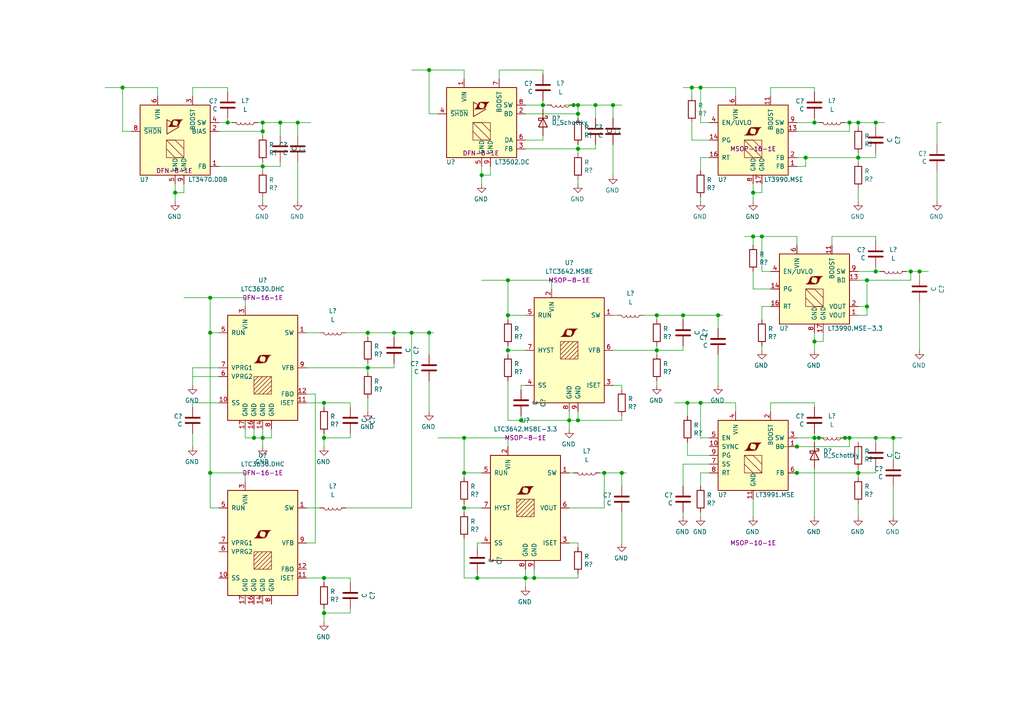
<source format=kicad_sch>
(kicad_sch (version 20201015) (generator eeschema)
  (paper "A4")
  (lib_symbols
    (symbol "ADI_Power:LT3470.DDB" (pin_names (offset 1.016))
      (property "Reference" "U" (at -10.16 -11.43 0))
      (property "Value" "LT3470.DDB" (at 5.08 -11.43 0))
      (property "Datasheet" "http://www.linear.com/product/LT3470" (at 15.24 -20.32 0))
      (symbol "LT3470.DDB_1_1"
        (pin passive line (at 12.7 -7.62 180) (length 2.54) (name "FB") (number "1"))
        (pin passive line (at 12.7 2.54 180) (length 2.54) (name "BIAS") (number "2"))
        (pin passive line (at 5.08 12.7 270) (length 2.54) (name "BOOST") (number "3"))
        (pin passive line (at 12.7 5.08 180) (length 2.54) (name "SW") (number "4"))
        (pin power_in line (at 0 -12.7 90) (length 2.54) (name "GND") (number "5"))
        (pin power_in line (at -5.08 12.7 270) (length 2.54) (name "VIN") (number "6"))
        (pin unconnected line (at -2.54 -12.7 90) (length 2.54) hide (name "NC") (number "7"))
        (pin input line (at -12.7 2.54 0) (length 2.54) (name "~SHDN~") (number "8"))
        (pin power_in line (at 2.54 -12.7 90) (length 2.54) (name "GND") (number "9"))
      )
    )
    (symbol "ADI_Power:LT3502.DC" (pin_names (offset 1.016))
      (property "Reference" "U" (at -10.16 -11.43 0))
      (property "Value" "LT3502.DC" (at 5.08 -11.43 0))
      (property "Datasheet" "http://www.linear.com/product/LT3502" (at 15.24 -20.32 0))
      (symbol "LT3502.DC_1_1"
        (pin power_in line (at -5.08 12.7 270) (length 2.54) (name "VIN") (number "1"))
        (pin passive line (at 12.7 2.54 180) (length 2.54) (name "BD") (number "2"))
        (pin passive line (at 12.7 -7.62 180) (length 2.54) (name "FB") (number "3"))
        (pin input line (at -12.7 2.54 0) (length 2.54) (name "~SHDN~") (number "4"))
        (pin power_in line (at 0 -12.7 90) (length 2.54) (name "GND") (number "5"))
        (pin passive line (at 12.7 -5.08 180) (length 2.54) (name "DA") (number "6"))
        (pin passive line (at 5.08 12.7 270) (length 2.54) (name "BOOST") (number "7"))
        (pin passive line (at 12.7 5.08 180) (length 2.54) (name "SW") (number "8"))
        (pin power_in line (at 2.54 -12.7 90) (length 2.54) (name "GND") (number "9"))
      )
    )
    (symbol "ADI_Power:LT3990.MSE" (pin_names (offset 1.016))
      (property "Reference" "U" (at -10.16 -11.43 0))
      (property "Value" "LT3990.MSE" (at 3.81 -11.43 0))
      (property "Datasheet" "http://www.linear.com/product/LT3990" (at 15.24 -20.32 0))
      (symbol "LT3990.MSE_1_1"
        (pin passive line (at 12.7 -7.62 180) (length 2.54) (name "FB") (number "1"))
        (pin unconnected line (at 12.7 -2.54 180) (length 2.54) hide (name "NC") (number "10"))
        (pin passive line (at 5.08 12.7 270) (length 2.54) (name "BOOST") (number "11"))
        (pin unconnected line (at 12.7 0 180) (length 2.54) hide (name "NC") (number "12"))
        (pin passive line (at 12.7 2.54 180) (length 2.54) (name "BD") (number "13"))
        (pin open_collector line (at -12.7 0 0) (length 2.54) (name "PG") (number "14"))
        (pin unconnected line (at 12.7 7.62 180) (length 2.54) hide (name "NC") (number "15"))
        (pin passive line (at -12.7 -5.08 0) (length 2.54) (name "RT") (number "16"))
        (pin power_in line (at 2.54 -12.7 90) (length 2.54) (name "GND") (number "17"))
        (pin passive line (at 12.7 -5.08 180) (length 2.54) (name "FB") (number "2"))
        (pin unconnected line (at -12.7 7.62 0) (length 2.54) hide (name "NC") (number "3"))
        (pin input line (at -12.7 5.08 0) (length 2.54) (name "EN/UVLO") (number "4"))
        (pin unconnected line (at -12.7 2.54 0) (length 2.54) hide (name "NC") (number "5"))
        (pin power_in line (at -5.08 12.7 270) (length 2.54) (name "VIN") (number "6"))
        (pin unconnected line (at -12.7 -2.54 0) (length 2.54) hide (name "NC") (number "7"))
        (pin power_in line (at 0 -12.7 90) (length 2.54) (name "GND") (number "8"))
        (pin passive line (at 12.7 5.08 180) (length 2.54) (name "SW") (number "9"))
      )
    )
    (symbol "ADI_Power:LT3990.MSE-3.3" (pin_names (offset 1.016))
      (property "Reference" "U" (at -10.16 -11.43 0))
      (property "Value" "LT3990.MSE-3.3" (at 3.81 -11.43 0))
      (property "Datasheet" "http://www.linear.com/product/LT3990" (at 15.24 -20.32 0))
      (symbol "LT3990.MSE-3.3_1_1"
        (pin passive line (at 12.7 -7.62 180) (length 2.54) (name "VOUT") (number "1"))
        (pin unconnected line (at 12.7 -2.54 180) (length 2.54) hide (name "NC") (number "10"))
        (pin passive line (at 5.08 12.7 270) (length 2.54) (name "BOOST") (number "11"))
        (pin unconnected line (at 12.7 0 180) (length 2.54) hide (name "NC") (number "12"))
        (pin passive line (at 12.7 2.54 180) (length 2.54) (name "BD") (number "13"))
        (pin open_collector line (at -12.7 0 0) (length 2.54) (name "PG") (number "14"))
        (pin unconnected line (at 12.7 7.62 180) (length 2.54) hide (name "NC") (number "15"))
        (pin passive line (at -12.7 -5.08 0) (length 2.54) (name "RT") (number "16"))
        (pin power_in line (at 2.54 -12.7 90) (length 2.54) (name "GND") (number "17"))
        (pin passive line (at 12.7 -5.08 180) (length 2.54) (name "VOUT") (number "2"))
        (pin unconnected line (at -12.7 7.62 0) (length 2.54) hide (name "NC") (number "3"))
        (pin input line (at -12.7 5.08 0) (length 2.54) (name "EN/UVLO") (number "4"))
        (pin unconnected line (at -12.7 2.54 0) (length 2.54) hide (name "NC") (number "5"))
        (pin power_in line (at -5.08 12.7 270) (length 2.54) (name "VIN") (number "6"))
        (pin unconnected line (at -12.7 -2.54 0) (length 2.54) hide (name "NC") (number "7"))
        (pin power_in line (at 0 -12.7 90) (length 2.54) (name "GND") (number "8"))
        (pin passive line (at 12.7 5.08 180) (length 2.54) (name "SW") (number "9"))
      )
    )
    (symbol "ADI_Power:LT3991.MSE" (pin_names (offset 1.016))
      (property "Reference" "U" (at -10.16 -11.43 0))
      (property "Value" "LT3991.MSE" (at 1.27 -11.43 0))
      (property "Datasheet" "http://www.linear.com/product/LT3991" (at 15.24 -20.32 0))
      (symbol "LT3991.MSE_1_1"
        (pin passive line (at 12.7 2.54 180) (length 2.54) (name "BD") (number "1"))
        (pin passive line (at -12.7 2.54 0) (length 2.54) (name "SYNC") (number "10"))
        (pin power_in line (at 0 -12.7 90) (length 2.54) (name "GND") (number "11"))
        (pin passive line (at 5.08 12.7 270) (length 2.54) (name "BOOST") (number "2"))
        (pin passive line (at 12.7 5.08 180) (length 2.54) (name "SW") (number "3"))
        (pin power_in line (at -5.08 12.7 270) (length 2.54) (name "VIN") (number "4"))
        (pin input line (at -12.7 5.08 0) (length 2.54) (name "EN") (number "5"))
        (pin passive line (at 12.7 -5.08 180) (length 2.54) (name "FB") (number "6"))
        (pin passive line (at -12.7 -2.54 0) (length 2.54) (name "SS") (number "7"))
        (pin passive line (at -12.7 -5.08 0) (length 2.54) (name "RT") (number "8"))
        (pin open_collector line (at -12.7 0 0) (length 2.54) (name "PG") (number "9"))
      )
    )
    (symbol "ADI_Power:LTC3630.DHC" (pin_names (offset 1.016))
      (property "Reference" "U" (at -10.16 17.78 0))
      (property "Value" "LTC3630.DHC" (at 0 17.78 0))
      (property "Footprint" "DFN-16-1EP" (at 0 5.08 0))
      (property "Datasheet" "http://www.linear.com/product/LTC3630" (at 15.24 -20.32 0))
      (symbol "LTC3630.DHC_1_1"
        (pin passive line (at 12.7 10.16 180) (length 2.54) (name "SW") (number "1"))
        (pin passive line (at -12.7 -10.16 0) (length 2.54) (name "SS") (number "10"))
        (pin passive line (at 12.7 -10.16 180) (length 2.54) (name "ISET") (number "11"))
        (pin passive line (at 12.7 -7.62 180) (length 2.54) (name "FBO") (number "12"))
        (pin unconnected line (at 5.08 17.78 270) (length 2.54) hide (name "NC") (number "13"))
        (pin power_in line (at 0 -17.78 90) (length 2.54) (name "GND") (number "14"))
        (pin unconnected line (at 7.62 17.78 270) (length 2.54) hide (name "NC") (number "15"))
        (pin power_in line (at -2.54 -17.78 90) (length 2.54) (name "GND") (number "16"))
        (pin power_in line (at -5.08 -17.78 90) (length 2.54) (name "GND") (number "17"))
        (pin unconnected line (at 0 17.78 270) (length 2.54) hide (name "NC") (number "2"))
        (pin power_in line (at -5.08 17.78 270) (length 2.54) (name "VIN") (number "3"))
        (pin unconnected line (at 2.54 17.78 270) (length 2.54) hide (name "NC") (number "4"))
        (pin input line (at -12.7 10.16 0) (length 2.54) (name "RUN") (number "5"))
        (pin input line (at -12.7 -2.54 0) (length 2.54) (name "VPRG2") (number "6"))
        (pin input line (at -12.7 0 0) (length 2.54) (name "VPRG1") (number "7"))
        (pin power_in line (at 2.54 -17.78 90) (length 2.54) (name "GND") (number "8"))
        (pin passive line (at 12.7 0 180) (length 2.54) (name "VFB") (number "9"))
      )
    )
    (symbol "ADI_Power:LTC3642.MS8E" (pin_names (offset 1.016))
      (property "Reference" "U" (at -10.16 17.78 0))
      (property "Value" "LTC3642.MS8E" (at 0 17.78 0))
      (property "Footprint" "Package_SSOP:MSOP-8-1EP_3x3mm_Pitch0.65mm" (at 0 -5.08 0))
      (property "Datasheet" "http://www.linear.com/product/LTC3642" (at 15.24 -20.32 0))
      (symbol "LTC3642.MS8E_1_1"
        (pin passive line (at 12.7 10.16 180) (length 2.54) (name "SW") (number "1"))
        (pin power_in line (at -5.08 17.78 270) (length 2.54) (name "VIN") (number "2"))
        (pin passive line (at 12.7 -10.16 180) (length 2.54) (name "ISET") (number "3"))
        (pin passive line (at -12.7 -10.16 0) (length 2.54) (name "SS") (number "4"))
        (pin input line (at -12.7 10.16 0) (length 2.54) (name "RUN") (number "5"))
        (pin passive line (at 12.7 0 180) (length 2.54) (name "VFB") (number "6"))
        (pin input line (at -12.7 0 0) (length 2.54) (name "HYST") (number "7"))
        (pin power_in line (at 0 -17.78 90) (length 2.54) (name "GND") (number "8"))
        (pin power_in line (at 2.54 -17.78 90) (length 2.54) (name "GND") (number "9"))
      )
    )
    (symbol "ADI_Power:LTC3642.MS8E-3.3" (pin_names (offset 1.016))
      (property "Reference" "U" (at -10.16 17.78 0))
      (property "Value" "LTC3642.MS8E-3.3" (at 0 17.78 0))
      (property "Footprint" "Package_SSOP:MSOP-8-1EP_3x3mm_Pitch0.65mm" (at 0 -5.08 0))
      (property "Datasheet" "http://www.linear.com/product/LTC3642" (at 15.24 -20.32 0))
      (symbol "LTC3642.MS8E-3.3_1_1"
        (pin passive line (at 12.7 10.16 180) (length 2.54) (name "SW") (number "1"))
        (pin power_in line (at -5.08 17.78 270) (length 2.54) (name "VIN") (number "2"))
        (pin passive line (at 12.7 -10.16 180) (length 2.54) (name "ISET") (number "3"))
        (pin passive line (at -12.7 -10.16 0) (length 2.54) (name "SS") (number "4"))
        (pin input line (at -12.7 10.16 0) (length 2.54) (name "RUN") (number "5"))
        (pin passive line (at 12.7 0 180) (length 2.54) (name "VOUT") (number "6"))
        (pin input line (at -12.7 0 0) (length 2.54) (name "HYST") (number "7"))
        (pin power_in line (at 0 -17.78 90) (length 2.54) (name "GND") (number "8"))
        (pin power_in line (at 2.54 -17.78 90) (length 2.54) (name "GND") (number "9"))
      )
    )
    (symbol "Device:C" (pin_numbers hide) (pin_names (offset 0.254))
      (property "Reference" "C" (at 0.635 2.54 0))
      (property "Value" "C" (at 0.635 -2.54 0))
      (symbol "C_1_1"
        (pin passive line (at 0 3.81 270) (length 2.794) (name "~") (number "1"))
        (pin passive line (at 0 -3.81 90) (length 2.794) (name "~") (number "2"))
      )
    )
    (symbol "Device:D_Schottky" (pin_numbers hide) (pin_names (offset 1.016) hide)
      (property "Reference" "D" (at 0 2.54 0))
      (property "Value" "D_Schottky" (at 0 -2.54 0))
      (symbol "D_Schottky_1_1"
        (pin passive line (at -3.81 0 0) (length 2.54) (name "K") (number "1"))
        (pin passive line (at 3.81 0 180) (length 2.54) (name "A") (number "2"))
      )
    )
    (symbol "Device:L" (pin_numbers hide) (pin_names (offset 1.016) hide)
      (property "Reference" "L" (at -1.27 0 90))
      (property "Value" "L" (at 1.905 0 90))
      (symbol "L_1_1"
        (pin passive line (at 0 3.81 270) (length 1.27) (name "1") (number "1"))
        (pin passive line (at 0 -3.81 90) (length 1.27) (name "2") (number "2"))
      )
    )
    (symbol "Device:R" (pin_numbers hide) (pin_names (offset 0))
      (property "Reference" "R" (at 2.032 0 90))
      (property "Value" "R" (at 0 0 90))
      (symbol "R_1_1"
        (pin passive line (at 0 3.81 270) (length 1.27) (name "~") (number "1"))
        (pin passive line (at 0 -3.81 90) (length 1.27) (name "~") (number "2"))
      )
    )
    (symbol "power:GND" (power) (pin_names (offset 0))
      (property "Value" "GND" (at 0 -3.81 0))
      (symbol "GND_1_1"
        (pin power_in line (at 0 0 270) (length 0) hide (name "GND") (number "1"))
      )
    )
  )
  (junction (at 35.56 25.4) (diameter 1.016))
  (junction (at 50.8 55.88) (diameter 1.016))
  (junction (at 60.96 86.36) (diameter 1.016))
  (junction (at 60.96 96.52) (diameter 1.016))
  (junction (at 60.96 137.16) (diameter 1.016))
  (junction (at 66.04 35.56) (diameter 1.016))
  (junction (at 73.66 127) (diameter 1.016))
  (junction (at 76.2 35.56) (diameter 1.016))
  (junction (at 76.2 38.1) (diameter 1.016))
  (junction (at 76.2 48.26) (diameter 1.016))
  (junction (at 76.2 127) (diameter 1.016))
  (junction (at 81.28 35.56) (diameter 1.016))
  (junction (at 86.36 35.56) (diameter 1.016))
  (junction (at 93.98 116.84) (diameter 1.016))
  (junction (at 93.98 127) (diameter 1.016))
  (junction (at 93.98 167.64) (diameter 1.016))
  (junction (at 93.98 177.8) (diameter 1.016))
  (junction (at 106.68 96.52) (diameter 1.016))
  (junction (at 106.68 106.68) (diameter 1.016))
  (junction (at 114.3 96.52) (diameter 1.016))
  (junction (at 119.38 96.52) (diameter 1.016))
  (junction (at 124.46 20.32) (diameter 1.016))
  (junction (at 124.46 96.52) (diameter 1.016))
  (junction (at 134.62 127) (diameter 1.016))
  (junction (at 134.62 137.16) (diameter 1.016))
  (junction (at 134.62 147.32) (diameter 1.016))
  (junction (at 138.43 167.64) (diameter 1.016))
  (junction (at 139.7 50.8) (diameter 1.016))
  (junction (at 147.32 81.28) (diameter 1.016))
  (junction (at 147.32 91.44) (diameter 1.016))
  (junction (at 147.32 101.6) (diameter 1.016))
  (junction (at 151.13 121.92) (diameter 1.016))
  (junction (at 152.4 167.64) (diameter 1.016))
  (junction (at 154.94 167.64) (diameter 1.016))
  (junction (at 157.48 30.48) (diameter 1.016))
  (junction (at 165.1 121.92) (diameter 1.016))
  (junction (at 166.37 30.48) (diameter 1.016))
  (junction (at 167.64 30.48) (diameter 1.016))
  (junction (at 167.64 33.02) (diameter 1.016))
  (junction (at 167.64 43.18) (diameter 1.016))
  (junction (at 167.64 121.92) (diameter 1.016))
  (junction (at 172.72 30.48) (diameter 1.016))
  (junction (at 175.26 137.16) (diameter 1.016))
  (junction (at 177.8 30.48) (diameter 1.016))
  (junction (at 180.34 137.16) (diameter 1.016))
  (junction (at 190.5 91.44) (diameter 1.016))
  (junction (at 190.5 101.6) (diameter 1.016))
  (junction (at 198.12 91.44) (diameter 1.016))
  (junction (at 199.39 116.84) (diameter 1.016))
  (junction (at 200.66 25.4) (diameter 1.016))
  (junction (at 203.2 25.4) (diameter 1.016))
  (junction (at 203.2 116.84) (diameter 1.016))
  (junction (at 208.28 91.44) (diameter 1.016))
  (junction (at 218.44 55.88) (diameter 1.016))
  (junction (at 218.44 68.58) (diameter 1.016))
  (junction (at 220.98 68.58) (diameter 1.016))
  (junction (at 231.14 129.54) (diameter 1.016))
  (junction (at 231.14 137.16) (diameter 1.016))
  (junction (at 233.68 45.72) (diameter 1.016))
  (junction (at 236.22 35.56) (diameter 1.016))
  (junction (at 236.22 99.06) (diameter 1.016))
  (junction (at 236.22 127) (diameter 1.016))
  (junction (at 237.49 127) (diameter 1.016))
  (junction (at 245.11 127) (diameter 1.016))
  (junction (at 246.38 35.56) (diameter 1.016))
  (junction (at 246.38 127) (diameter 1.016))
  (junction (at 248.92 35.56) (diameter 1.016))
  (junction (at 248.92 45.72) (diameter 1.016))
  (junction (at 248.92 137.16) (diameter 1.016))
  (junction (at 251.46 81.28) (diameter 1.016))
  (junction (at 251.46 88.9) (diameter 1.016))
  (junction (at 254 35.56) (diameter 1.016))
  (junction (at 254 78.74) (diameter 1.016))
  (junction (at 254 127) (diameter 1.016))
  (junction (at 259.08 127) (diameter 1.016))
  (junction (at 264.16 78.74) (diameter 1.016))
  (junction (at 266.7 78.74) (diameter 1.016))
  (wire (pts (xy 30.48 25.4) (xy 35.56 25.4)))
  (wire (pts (xy 35.56 25.4) (xy 45.72 25.4)))
  (wire (pts (xy 35.56 38.1) (xy 35.56 25.4)))
  (wire (pts (xy 38.1 38.1) (xy 35.56 38.1)))
  (wire (pts (xy 45.72 25.4) (xy 45.72 27.94)))
  (wire (pts (xy 50.8 53.34) (xy 50.8 55.88)))
  (wire (pts (xy 50.8 55.88) (xy 50.8 58.42)))
  (wire (pts (xy 50.8 55.88) (xy 53.34 55.88)))
  (wire (pts (xy 53.34 55.88) (xy 53.34 53.34)))
  (wire (pts (xy 53.34 86.36) (xy 60.96 86.36)))
  (wire (pts (xy 55.88 25.4) (xy 66.04 25.4)))
  (wire (pts (xy 55.88 27.94) (xy 55.88 25.4)))
  (wire (pts (xy 55.88 106.68) (xy 55.88 111.76)))
  (wire (pts (xy 55.88 106.68) (xy 63.5 106.68)))
  (wire (pts (xy 55.88 116.84) (xy 63.5 116.84)))
  (wire (pts (xy 55.88 118.11) (xy 55.88 116.84)))
  (wire (pts (xy 55.88 125.73) (xy 55.88 129.54)))
  (wire (pts (xy 60.96 86.36) (xy 60.96 96.52)))
  (wire (pts (xy 60.96 86.36) (xy 71.12 86.36)))
  (wire (pts (xy 60.96 96.52) (xy 60.96 137.16)))
  (wire (pts (xy 60.96 137.16) (xy 60.96 147.32)))
  (wire (pts (xy 60.96 137.16) (xy 71.12 137.16)))
  (wire (pts (xy 60.96 147.32) (xy 63.5 147.32)))
  (wire (pts (xy 63.5 35.56) (xy 66.04 35.56)))
  (wire (pts (xy 63.5 38.1) (xy 76.2 38.1)))
  (wire (pts (xy 63.5 48.26) (xy 76.2 48.26)))
  (wire (pts (xy 63.5 96.52) (xy 60.96 96.52)))
  (wire (pts (xy 63.5 109.22) (xy 55.88 109.22)))
  (wire (pts (xy 66.04 25.4) (xy 66.04 26.67)))
  (wire (pts (xy 66.04 34.29) (xy 66.04 35.56)))
  (wire (pts (xy 66.04 35.56) (xy 67.31 35.56)))
  (wire (pts (xy 71.12 86.36) (xy 71.12 88.9)))
  (wire (pts (xy 71.12 124.46) (xy 71.12 127)))
  (wire (pts (xy 71.12 127) (xy 73.66 127)))
  (wire (pts (xy 71.12 137.16) (xy 71.12 139.7)))
  (wire (pts (xy 73.66 127) (xy 73.66 124.46)))
  (wire (pts (xy 73.66 127) (xy 76.2 127)))
  (wire (pts (xy 74.93 35.56) (xy 76.2 35.56)))
  (wire (pts (xy 76.2 35.56) (xy 76.2 38.1)))
  (wire (pts (xy 76.2 35.56) (xy 81.28 35.56)))
  (wire (pts (xy 76.2 38.1) (xy 76.2 39.37)))
  (wire (pts (xy 76.2 46.99) (xy 76.2 48.26)))
  (wire (pts (xy 76.2 48.26) (xy 76.2 49.53)))
  (wire (pts (xy 76.2 48.26) (xy 81.28 48.26)))
  (wire (pts (xy 76.2 58.42) (xy 76.2 57.15)))
  (wire (pts (xy 76.2 124.46) (xy 76.2 127)))
  (wire (pts (xy 76.2 127) (xy 76.2 129.54)))
  (wire (pts (xy 76.2 127) (xy 78.74 127)))
  (wire (pts (xy 78.74 127) (xy 78.74 124.46)))
  (wire (pts (xy 81.28 35.56) (xy 81.28 39.37)))
  (wire (pts (xy 81.28 35.56) (xy 86.36 35.56)))
  (wire (pts (xy 81.28 48.26) (xy 81.28 46.99)))
  (wire (pts (xy 86.36 35.56) (xy 90.17 35.56)))
  (wire (pts (xy 86.36 39.37) (xy 86.36 35.56)))
  (wire (pts (xy 86.36 46.99) (xy 86.36 58.42)))
  (wire (pts (xy 88.9 96.52) (xy 92.71 96.52)))
  (wire (pts (xy 88.9 106.68) (xy 106.68 106.68)))
  (wire (pts (xy 88.9 114.3) (xy 91.44 114.3)))
  (wire (pts (xy 88.9 116.84) (xy 93.98 116.84)))
  (wire (pts (xy 88.9 147.32) (xy 92.71 147.32)))
  (wire (pts (xy 88.9 167.64) (xy 93.98 167.64)))
  (wire (pts (xy 91.44 114.3) (xy 91.44 157.48)))
  (wire (pts (xy 91.44 157.48) (xy 88.9 157.48)))
  (wire (pts (xy 93.98 116.84) (xy 93.98 118.11)))
  (wire (pts (xy 93.98 116.84) (xy 101.6 116.84)))
  (wire (pts (xy 93.98 125.73) (xy 93.98 127)))
  (wire (pts (xy 93.98 127) (xy 93.98 129.54)))
  (wire (pts (xy 93.98 167.64) (xy 93.98 168.91)))
  (wire (pts (xy 93.98 167.64) (xy 101.6 167.64)))
  (wire (pts (xy 93.98 176.53) (xy 93.98 177.8)))
  (wire (pts (xy 93.98 177.8) (xy 93.98 180.34)))
  (wire (pts (xy 100.33 96.52) (xy 106.68 96.52)))
  (wire (pts (xy 100.33 147.32) (xy 119.38 147.32)))
  (wire (pts (xy 101.6 116.84) (xy 101.6 118.11)))
  (wire (pts (xy 101.6 125.73) (xy 101.6 127)))
  (wire (pts (xy 101.6 127) (xy 93.98 127)))
  (wire (pts (xy 101.6 167.64) (xy 101.6 168.91)))
  (wire (pts (xy 101.6 176.53) (xy 101.6 177.8)))
  (wire (pts (xy 101.6 177.8) (xy 93.98 177.8)))
  (wire (pts (xy 106.68 96.52) (xy 114.3 96.52)))
  (wire (pts (xy 106.68 97.79) (xy 106.68 96.52)))
  (wire (pts (xy 106.68 105.41) (xy 106.68 106.68)))
  (wire (pts (xy 106.68 106.68) (xy 106.68 107.95)))
  (wire (pts (xy 106.68 106.68) (xy 114.3 106.68)))
  (wire (pts (xy 106.68 119.38) (xy 106.68 115.57)))
  (wire (pts (xy 114.3 96.52) (xy 114.3 97.79)))
  (wire (pts (xy 114.3 96.52) (xy 119.38 96.52)))
  (wire (pts (xy 114.3 106.68) (xy 114.3 105.41)))
  (wire (pts (xy 119.38 20.32) (xy 124.46 20.32)))
  (wire (pts (xy 119.38 96.52) (xy 124.46 96.52)))
  (wire (pts (xy 119.38 147.32) (xy 119.38 96.52)))
  (wire (pts (xy 124.46 20.32) (xy 134.62 20.32)))
  (wire (pts (xy 124.46 33.02) (xy 124.46 20.32)))
  (wire (pts (xy 124.46 96.52) (xy 124.46 102.87)))
  (wire (pts (xy 124.46 96.52) (xy 125.73 96.52)))
  (wire (pts (xy 124.46 110.49) (xy 124.46 119.38)))
  (wire (pts (xy 127 33.02) (xy 124.46 33.02)))
  (wire (pts (xy 127 127) (xy 134.62 127)))
  (wire (pts (xy 134.62 20.32) (xy 134.62 22.86)))
  (wire (pts (xy 134.62 127) (xy 134.62 137.16)))
  (wire (pts (xy 134.62 127) (xy 147.32 127)))
  (wire (pts (xy 134.62 137.16) (xy 134.62 138.43)))
  (wire (pts (xy 134.62 137.16) (xy 139.7 137.16)))
  (wire (pts (xy 134.62 146.05) (xy 134.62 147.32)))
  (wire (pts (xy 134.62 147.32) (xy 134.62 148.59)))
  (wire (pts (xy 134.62 156.21) (xy 134.62 167.64)))
  (wire (pts (xy 134.62 167.64) (xy 138.43 167.64)))
  (wire (pts (xy 138.43 157.48) (xy 138.43 158.75)))
  (wire (pts (xy 138.43 166.37) (xy 138.43 167.64)))
  (wire (pts (xy 138.43 167.64) (xy 152.4 167.64)))
  (wire (pts (xy 139.7 48.26) (xy 139.7 50.8)))
  (wire (pts (xy 139.7 50.8) (xy 139.7 53.34)))
  (wire (pts (xy 139.7 50.8) (xy 142.24 50.8)))
  (wire (pts (xy 139.7 81.28) (xy 147.32 81.28)))
  (wire (pts (xy 139.7 147.32) (xy 134.62 147.32)))
  (wire (pts (xy 139.7 157.48) (xy 138.43 157.48)))
  (wire (pts (xy 142.24 50.8) (xy 142.24 48.26)))
  (wire (pts (xy 144.78 20.32) (xy 157.48 20.32)))
  (wire (pts (xy 144.78 22.86) (xy 144.78 20.32)))
  (wire (pts (xy 147.32 81.28) (xy 147.32 91.44)))
  (wire (pts (xy 147.32 81.28) (xy 160.02 81.28)))
  (wire (pts (xy 147.32 91.44) (xy 147.32 92.71)))
  (wire (pts (xy 147.32 91.44) (xy 152.4 91.44)))
  (wire (pts (xy 147.32 100.33) (xy 147.32 101.6)))
  (wire (pts (xy 147.32 101.6) (xy 147.32 102.87)))
  (wire (pts (xy 147.32 110.49) (xy 147.32 121.92)))
  (wire (pts (xy 147.32 121.92) (xy 151.13 121.92)))
  (wire (pts (xy 147.32 127) (xy 147.32 129.54)))
  (wire (pts (xy 151.13 111.76) (xy 151.13 113.03)))
  (wire (pts (xy 151.13 120.65) (xy 151.13 121.92)))
  (wire (pts (xy 151.13 121.92) (xy 165.1 121.92)))
  (wire (pts (xy 152.4 30.48) (xy 157.48 30.48)))
  (wire (pts (xy 152.4 43.18) (xy 167.64 43.18)))
  (wire (pts (xy 152.4 101.6) (xy 147.32 101.6)))
  (wire (pts (xy 152.4 111.76) (xy 151.13 111.76)))
  (wire (pts (xy 152.4 165.1) (xy 152.4 167.64)))
  (wire (pts (xy 152.4 167.64) (xy 152.4 170.18)))
  (wire (pts (xy 152.4 167.64) (xy 154.94 167.64)))
  (wire (pts (xy 154.94 165.1) (xy 154.94 167.64)))
  (wire (pts (xy 154.94 167.64) (xy 167.64 167.64)))
  (wire (pts (xy 157.48 20.32) (xy 157.48 21.59)))
  (wire (pts (xy 157.48 29.21) (xy 157.48 30.48)))
  (wire (pts (xy 157.48 30.48) (xy 157.48 31.75)))
  (wire (pts (xy 157.48 30.48) (xy 158.75 30.48)))
  (wire (pts (xy 157.48 40.64) (xy 152.4 40.64)))
  (wire (pts (xy 157.48 40.64) (xy 157.48 39.37)))
  (wire (pts (xy 160.02 81.28) (xy 160.02 83.82)))
  (wire (pts (xy 163.83 30.48) (xy 166.37 30.48)))
  (wire (pts (xy 165.1 119.38) (xy 165.1 121.92)))
  (wire (pts (xy 165.1 121.92) (xy 165.1 124.46)))
  (wire (pts (xy 165.1 121.92) (xy 167.64 121.92)))
  (wire (pts (xy 165.1 137.16) (xy 166.37 137.16)))
  (wire (pts (xy 166.37 30.48) (xy 167.64 30.48)))
  (wire (pts (xy 167.64 30.48) (xy 167.64 33.02)))
  (wire (pts (xy 167.64 30.48) (xy 172.72 30.48)))
  (wire (pts (xy 167.64 33.02) (xy 152.4 33.02)))
  (wire (pts (xy 167.64 33.02) (xy 167.64 34.29)))
  (wire (pts (xy 167.64 41.91) (xy 167.64 43.18)))
  (wire (pts (xy 167.64 43.18) (xy 167.64 44.45)))
  (wire (pts (xy 167.64 43.18) (xy 172.72 43.18)))
  (wire (pts (xy 167.64 53.34) (xy 167.64 52.07)))
  (wire (pts (xy 167.64 119.38) (xy 167.64 121.92)))
  (wire (pts (xy 167.64 121.92) (xy 180.34 121.92)))
  (wire (pts (xy 167.64 157.48) (xy 165.1 157.48)))
  (wire (pts (xy 167.64 158.75) (xy 167.64 157.48)))
  (wire (pts (xy 167.64 167.64) (xy 167.64 166.37)))
  (wire (pts (xy 172.72 30.48) (xy 172.72 34.29)))
  (wire (pts (xy 172.72 30.48) (xy 177.8 30.48)))
  (wire (pts (xy 172.72 43.18) (xy 172.72 41.91)))
  (wire (pts (xy 173.99 137.16) (xy 175.26 137.16)))
  (wire (pts (xy 175.26 137.16) (xy 175.26 147.32)))
  (wire (pts (xy 175.26 137.16) (xy 180.34 137.16)))
  (wire (pts (xy 175.26 147.32) (xy 165.1 147.32)))
  (wire (pts (xy 177.8 30.48) (xy 177.8 34.29)))
  (wire (pts (xy 177.8 30.48) (xy 180.34 30.48)))
  (wire (pts (xy 177.8 41.91) (xy 177.8 50.8)))
  (wire (pts (xy 177.8 91.44) (xy 179.07 91.44)))
  (wire (pts (xy 177.8 101.6) (xy 190.5 101.6)))
  (wire (pts (xy 180.34 111.76) (xy 177.8 111.76)))
  (wire (pts (xy 180.34 113.03) (xy 180.34 111.76)))
  (wire (pts (xy 180.34 121.92) (xy 180.34 120.65)))
  (wire (pts (xy 180.34 137.16) (xy 180.34 140.97)))
  (wire (pts (xy 180.34 137.16) (xy 181.61 137.16)))
  (wire (pts (xy 180.34 148.59) (xy 180.34 157.48)))
  (wire (pts (xy 186.69 91.44) (xy 190.5 91.44)))
  (wire (pts (xy 190.5 91.44) (xy 198.12 91.44)))
  (wire (pts (xy 190.5 92.71) (xy 190.5 91.44)))
  (wire (pts (xy 190.5 100.33) (xy 190.5 101.6)))
  (wire (pts (xy 190.5 101.6) (xy 190.5 102.87)))
  (wire (pts (xy 190.5 101.6) (xy 198.12 101.6)))
  (wire (pts (xy 190.5 111.76) (xy 190.5 110.49)))
  (wire (pts (xy 195.58 116.84) (xy 199.39 116.84)))
  (wire (pts (xy 198.12 25.4) (xy 200.66 25.4)))
  (wire (pts (xy 198.12 91.44) (xy 198.12 92.71)))
  (wire (pts (xy 198.12 91.44) (xy 208.28 91.44)))
  (wire (pts (xy 198.12 101.6) (xy 198.12 100.33)))
  (wire (pts (xy 198.12 134.62) (xy 198.12 140.97)))
  (wire (pts (xy 198.12 134.62) (xy 205.74 134.62)))
  (wire (pts (xy 198.12 148.59) (xy 198.12 149.86)))
  (wire (pts (xy 199.39 116.84) (xy 199.39 120.65)))
  (wire (pts (xy 199.39 116.84) (xy 203.2 116.84)))
  (wire (pts (xy 199.39 128.27) (xy 199.39 132.08)))
  (wire (pts (xy 199.39 132.08) (xy 205.74 132.08)))
  (wire (pts (xy 200.66 25.4) (xy 200.66 27.94)))
  (wire (pts (xy 200.66 25.4) (xy 203.2 25.4)))
  (wire (pts (xy 200.66 35.56) (xy 200.66 40.64)))
  (wire (pts (xy 200.66 40.64) (xy 205.74 40.64)))
  (wire (pts (xy 203.2 25.4) (xy 203.2 35.56)))
  (wire (pts (xy 203.2 25.4) (xy 213.36 25.4)))
  (wire (pts (xy 203.2 35.56) (xy 205.74 35.56)))
  (wire (pts (xy 203.2 45.72) (xy 205.74 45.72)))
  (wire (pts (xy 203.2 49.53) (xy 203.2 45.72)))
  (wire (pts (xy 203.2 58.42) (xy 203.2 57.15)))
  (wire (pts (xy 203.2 116.84) (xy 203.2 127)))
  (wire (pts (xy 203.2 116.84) (xy 213.36 116.84)))
  (wire (pts (xy 203.2 127) (xy 205.74 127)))
  (wire (pts (xy 203.2 137.16) (xy 205.74 137.16)))
  (wire (pts (xy 203.2 140.97) (xy 203.2 137.16)))
  (wire (pts (xy 203.2 149.86) (xy 203.2 148.59)))
  (wire (pts (xy 208.28 91.44) (xy 208.28 95.25)))
  (wire (pts (xy 208.28 91.44) (xy 209.55 91.44)))
  (wire (pts (xy 208.28 102.87) (xy 208.28 111.76)))
  (wire (pts (xy 213.36 25.4) (xy 213.36 27.94)))
  (wire (pts (xy 213.36 116.84) (xy 213.36 119.38)))
  (wire (pts (xy 215.9 68.58) (xy 218.44 68.58)))
  (wire (pts (xy 218.44 53.34) (xy 218.44 55.88)))
  (wire (pts (xy 218.44 55.88) (xy 218.44 58.42)))
  (wire (pts (xy 218.44 55.88) (xy 220.98 55.88)))
  (wire (pts (xy 218.44 68.58) (xy 218.44 71.12)))
  (wire (pts (xy 218.44 68.58) (xy 220.98 68.58)))
  (wire (pts (xy 218.44 78.74) (xy 218.44 83.82)))
  (wire (pts (xy 218.44 83.82) (xy 223.52 83.82)))
  (wire (pts (xy 218.44 144.78) (xy 218.44 149.86)))
  (wire (pts (xy 220.98 55.88) (xy 220.98 53.34)))
  (wire (pts (xy 220.98 68.58) (xy 220.98 78.74)))
  (wire (pts (xy 220.98 68.58) (xy 231.14 68.58)))
  (wire (pts (xy 220.98 78.74) (xy 223.52 78.74)))
  (wire (pts (xy 220.98 88.9) (xy 223.52 88.9)))
  (wire (pts (xy 220.98 92.71) (xy 220.98 88.9)))
  (wire (pts (xy 220.98 101.6) (xy 220.98 100.33)))
  (wire (pts (xy 223.52 25.4) (xy 223.52 27.94)))
  (wire (pts (xy 223.52 25.4) (xy 236.22 25.4)))
  (wire (pts (xy 223.52 116.84) (xy 223.52 119.38)))
  (wire (pts (xy 223.52 116.84) (xy 236.22 116.84)))
  (wire (pts (xy 226.06 129.54) (xy 231.14 129.54)))
  (wire (pts (xy 228.6 137.16) (xy 231.14 137.16)))
  (wire (pts (xy 231.14 35.56) (xy 236.22 35.56)))
  (wire (pts (xy 231.14 38.1) (xy 246.38 38.1)))
  (wire (pts (xy 231.14 45.72) (xy 233.68 45.72)))
  (wire (pts (xy 231.14 48.26) (xy 233.68 48.26)))
  (wire (pts (xy 231.14 68.58) (xy 231.14 71.12)))
  (wire (pts (xy 231.14 127) (xy 236.22 127)))
  (wire (pts (xy 231.14 129.54) (xy 246.38 129.54)))
  (wire (pts (xy 231.14 137.16) (xy 248.92 137.16)))
  (wire (pts (xy 233.68 45.72) (xy 248.92 45.72)))
  (wire (pts (xy 233.68 48.26) (xy 233.68 45.72)))
  (wire (pts (xy 236.22 25.4) (xy 236.22 26.67)))
  (wire (pts (xy 236.22 34.29) (xy 236.22 35.56)))
  (wire (pts (xy 236.22 35.56) (xy 237.49 35.56)))
  (wire (pts (xy 236.22 96.52) (xy 236.22 99.06)))
  (wire (pts (xy 236.22 99.06) (xy 236.22 101.6)))
  (wire (pts (xy 236.22 99.06) (xy 238.76 99.06)))
  (wire (pts (xy 236.22 116.84) (xy 236.22 118.11)))
  (wire (pts (xy 236.22 125.73) (xy 236.22 127)))
  (wire (pts (xy 236.22 127) (xy 236.22 128.27)))
  (wire (pts (xy 236.22 127) (xy 237.49 127)))
  (wire (pts (xy 236.22 149.86) (xy 236.22 135.89)))
  (wire (pts (xy 237.49 127) (xy 240.03 127)))
  (wire (pts (xy 238.76 99.06) (xy 238.76 96.52)))
  (wire (pts (xy 241.3 68.58) (xy 241.3 71.12)))
  (wire (pts (xy 241.3 68.58) (xy 254 68.58)))
  (wire (pts (xy 242.57 127) (xy 245.11 127)))
  (wire (pts (xy 245.11 35.56) (xy 246.38 35.56)))
  (wire (pts (xy 245.11 127) (xy 246.38 127)))
  (wire (pts (xy 246.38 35.56) (xy 248.92 35.56)))
  (wire (pts (xy 246.38 38.1) (xy 246.38 35.56)))
  (wire (pts (xy 246.38 127) (xy 254 127)))
  (wire (pts (xy 246.38 129.54) (xy 246.38 127)))
  (wire (pts (xy 248.92 35.56) (xy 248.92 36.83)))
  (wire (pts (xy 248.92 35.56) (xy 254 35.56)))
  (wire (pts (xy 248.92 44.45) (xy 248.92 45.72)))
  (wire (pts (xy 248.92 45.72) (xy 248.92 46.99)))
  (wire (pts (xy 248.92 45.72) (xy 254 45.72)))
  (wire (pts (xy 248.92 54.61) (xy 248.92 58.42)))
  (wire (pts (xy 248.92 78.74) (xy 254 78.74)))
  (wire (pts (xy 248.92 81.28) (xy 251.46 81.28)))
  (wire (pts (xy 248.92 129.54) (xy 248.92 133.35)))
  (wire (pts (xy 248.92 135.89) (xy 248.92 137.16)))
  (wire (pts (xy 248.92 137.16) (xy 248.92 138.43)))
  (wire (pts (xy 248.92 137.16) (xy 254 137.16)))
  (wire (pts (xy 248.92 146.05) (xy 248.92 149.86)))
  (wire (pts (xy 251.46 81.28) (xy 251.46 88.9)))
  (wire (pts (xy 251.46 81.28) (xy 264.16 81.28)))
  (wire (pts (xy 251.46 88.9) (xy 248.92 88.9)))
  (wire (pts (xy 251.46 88.9) (xy 251.46 91.44)))
  (wire (pts (xy 251.46 91.44) (xy 248.92 91.44)))
  (wire (pts (xy 254 35.56) (xy 254 36.83)))
  (wire (pts (xy 254 35.56) (xy 256.54 35.56)))
  (wire (pts (xy 254 45.72) (xy 254 44.45)))
  (wire (pts (xy 254 68.58) (xy 254 69.85)))
  (wire (pts (xy 254 77.47) (xy 254 78.74)))
  (wire (pts (xy 254 78.74) (xy 255.27 78.74)))
  (wire (pts (xy 254 127) (xy 254 128.27)))
  (wire (pts (xy 254 127) (xy 259.08 127)))
  (wire (pts (xy 254 137.16) (xy 254 135.89)))
  (wire (pts (xy 259.08 127) (xy 259.08 133.35)))
  (wire (pts (xy 259.08 127) (xy 261.62 127)))
  (wire (pts (xy 259.08 140.97) (xy 259.08 149.86)))
  (wire (pts (xy 262.89 78.74) (xy 264.16 78.74)))
  (wire (pts (xy 264.16 78.74) (xy 266.7 78.74)))
  (wire (pts (xy 264.16 81.28) (xy 264.16 78.74)))
  (wire (pts (xy 266.7 78.74) (xy 266.7 80.01)))
  (wire (pts (xy 266.7 78.74) (xy 269.24 78.74)))
  (wire (pts (xy 266.7 87.63) (xy 266.7 101.6)))
  (wire (pts (xy 271.78 35.56) (xy 271.78 41.91)))
  (wire (pts (xy 271.78 35.56) (xy 273.05 35.56)))
  (wire (pts (xy 271.78 49.53) (xy 271.78 58.42)))
  (symbol (lib_id "Device:L") (at 71.12 35.56 270) (unit 1)
    (property "Reference" "L?" (at 71.12 29.21 90))
    (property "Value" "L" (at 71.12 31.75 90))
  )
  (symbol (lib_id "Device:L") (at 96.52 96.52 270) (unit 1)
    (property "Reference" "L?" (at 96.52 90.17 90))
    (property "Value" "L" (at 96.52 92.71 90))
  )
  (symbol (lib_id "Device:L") (at 96.52 147.32 270) (unit 1)
    (property "Reference" "L?" (at 96.52 140.97 90))
    (property "Value" "L" (at 96.52 143.51 90))
  )
  (symbol (lib_id "Device:L") (at 162.56 30.48 270) (unit 1)
    (property "Reference" "L?" (at 162.56 24.13 90))
    (property "Value" "L" (at 162.56 26.67 90))
  )
  (symbol (lib_id "Device:L") (at 170.18 137.16 270) (unit 1)
    (property "Reference" "L?" (at 170.18 130.81 90))
    (property "Value" "L" (at 170.18 133.35 90))
  )
  (symbol (lib_id "Device:L") (at 182.88 91.44 270) (unit 1)
    (property "Reference" "L?" (at 182.88 85.09 90))
    (property "Value" "L" (at 182.88 87.63 90))
  )
  (symbol (lib_id "Device:L") (at 241.3 35.56 270) (unit 1)
    (property "Reference" "L?" (at 241.3 29.21 90))
    (property "Value" "L" (at 241.3 31.75 90))
  )
  (symbol (lib_id "Device:L") (at 241.3 127 270) (unit 1)
    (property "Reference" "L?" (at 241.3 120.65 90))
    (property "Value" "L" (at 241.3 123.19 90))
  )
  (symbol (lib_id "Device:L") (at 259.08 78.74 270) (unit 1)
    (property "Reference" "L?" (at 259.08 72.39 90))
    (property "Value" "L" (at 259.08 74.93 90))
  )
  (symbol (lib_id "power:GND") (at 50.8 58.42 0) (mirror y) (unit 1)
    (property "Reference" "#PWR?" (effects hide))
    (property "Value" "GND" (at 50.5968 62.8142 0))
  )
  (symbol (lib_id "power:GND") (at 55.88 111.76 0) (mirror y) (unit 1)
    (property "Reference" "#PWR?" (effects hide))
    (property "Value" "GND" (at 55.6768 116.1542 0))
  )
  (symbol (lib_id "power:GND") (at 55.88 129.54 0) (mirror y) (unit 1)
    (property "Reference" "#PWR?" (effects hide))
    (property "Value" "GND" (at 55.6768 133.9342 0))
  )
  (symbol (lib_id "power:GND") (at 76.2 58.42 0) (mirror y) (unit 1)
    (property "Reference" "#PWR?" (effects hide))
    (property "Value" "GND" (at 75.9968 62.8142 0))
  )
  (symbol (lib_id "power:GND") (at 76.2 129.54 0) (mirror y) (unit 1)
    (property "Reference" "#PWR?" (effects hide))
    (property "Value" "GND" (at 75.9968 133.9342 0))
  )
  (symbol (lib_id "power:GND") (at 86.36 58.42 0) (mirror y) (unit 1)
    (property "Reference" "#PWR?" (effects hide))
    (property "Value" "GND" (at 86.1568 62.8142 0))
  )
  (symbol (lib_id "power:GND") (at 93.98 129.54 0) (mirror y) (unit 1)
    (property "Reference" "#PWR?" (effects hide))
    (property "Value" "GND" (at 93.7768 133.9342 0))
  )
  (symbol (lib_id "power:GND") (at 93.98 180.34 0) (mirror y) (unit 1)
    (property "Reference" "#PWR?" (effects hide))
    (property "Value" "GND" (at 93.7768 184.7342 0))
  )
  (symbol (lib_id "power:GND") (at 106.68 119.38 0) (mirror y) (unit 1)
    (property "Reference" "#PWR?" (effects hide))
    (property "Value" "GND" (at 106.4768 123.7742 0))
  )
  (symbol (lib_id "power:GND") (at 124.46 119.38 0) (mirror y) (unit 1)
    (property "Reference" "#PWR?" (effects hide))
    (property "Value" "GND" (at 124.2568 123.7742 0))
  )
  (symbol (lib_id "power:GND") (at 139.7 53.34 0) (mirror y) (unit 1)
    (property "Reference" "#PWR?" (effects hide))
    (property "Value" "GND" (at 139.4968 57.7342 0))
  )
  (symbol (lib_id "power:GND") (at 152.4 170.18 0) (mirror y) (unit 1)
    (property "Reference" "#PWR?" (effects hide))
    (property "Value" "GND" (at 152.1968 174.5742 0))
  )
  (symbol (lib_id "power:GND") (at 165.1 124.46 0) (mirror y) (unit 1)
    (property "Reference" "#PWR?" (effects hide))
    (property "Value" "GND" (at 164.8968 128.8542 0))
  )
  (symbol (lib_id "power:GND") (at 167.64 53.34 0) (mirror y) (unit 1)
    (property "Reference" "#PWR?" (effects hide))
    (property "Value" "GND" (at 167.4368 57.7342 0))
  )
  (symbol (lib_id "power:GND") (at 177.8 50.8 0) (mirror y) (unit 1)
    (property "Reference" "#PWR?" (effects hide))
    (property "Value" "GND" (at 177.5968 55.1942 0))
  )
  (symbol (lib_id "power:GND") (at 180.34 157.48 0) (mirror y) (unit 1)
    (property "Reference" "#PWR?" (effects hide))
    (property "Value" "GND" (at 180.1368 161.8742 0))
  )
  (symbol (lib_id "power:GND") (at 190.5 111.76 0) (mirror y) (unit 1)
    (property "Reference" "#PWR?" (effects hide))
    (property "Value" "GND" (at 190.2968 116.1542 0))
  )
  (symbol (lib_id "power:GND") (at 198.12 149.86 0) (mirror y) (unit 1)
    (property "Reference" "#PWR?" (effects hide))
    (property "Value" "GND" (at 197.9168 154.2542 0))
  )
  (symbol (lib_id "power:GND") (at 203.2 58.42 0) (mirror y) (unit 1)
    (property "Reference" "#PWR?" (effects hide))
    (property "Value" "GND" (at 202.9968 62.8142 0))
  )
  (symbol (lib_id "power:GND") (at 203.2 149.86 0) (mirror y) (unit 1)
    (property "Reference" "#PWR?" (effects hide))
    (property "Value" "GND" (at 202.9968 154.2542 0))
  )
  (symbol (lib_id "power:GND") (at 208.28 111.76 0) (mirror y) (unit 1)
    (property "Reference" "#PWR?" (effects hide))
    (property "Value" "GND" (at 208.0768 116.1542 0))
  )
  (symbol (lib_id "power:GND") (at 218.44 58.42 0) (mirror y) (unit 1)
    (property "Reference" "#PWR?" (effects hide))
    (property "Value" "GND" (at 218.2368 62.8142 0))
  )
  (symbol (lib_id "power:GND") (at 218.44 149.86 0) (mirror y) (unit 1)
    (property "Reference" "#PWR?" (effects hide))
    (property "Value" "GND" (at 218.2368 154.2542 0))
  )
  (symbol (lib_id "power:GND") (at 220.98 101.6 0) (mirror y) (unit 1)
    (property "Reference" "#PWR?" (effects hide))
    (property "Value" "GND" (at 220.7768 105.9942 0))
  )
  (symbol (lib_id "power:GND") (at 236.22 101.6 0) (mirror y) (unit 1)
    (property "Reference" "#PWR?" (effects hide))
    (property "Value" "GND" (at 236.0168 105.9942 0))
  )
  (symbol (lib_id "power:GND") (at 236.22 149.86 0) (mirror y) (unit 1)
    (property "Reference" "#PWR?" (effects hide))
    (property "Value" "GND" (at 236.0168 154.2542 0))
  )
  (symbol (lib_id "power:GND") (at 248.92 58.42 0) (mirror y) (unit 1)
    (property "Reference" "#PWR?" (effects hide))
    (property "Value" "GND" (at 248.7168 62.8142 0))
  )
  (symbol (lib_id "power:GND") (at 248.92 149.86 0) (mirror y) (unit 1)
    (property "Reference" "#PWR?" (effects hide))
    (property "Value" "GND" (at 248.7168 154.2542 0))
  )
  (symbol (lib_id "power:GND") (at 259.08 149.86 0) (mirror y) (unit 1)
    (property "Reference" "#PWR?" (effects hide))
    (property "Value" "GND" (at 258.8768 154.2542 0))
  )
  (symbol (lib_id "power:GND") (at 266.7 101.6 0) (mirror y) (unit 1)
    (property "Reference" "#PWR?" (effects hide))
    (property "Value" "GND" (at 266.4968 105.9942 0))
  )
  (symbol (lib_id "power:GND") (at 271.78 58.42 0) (mirror y) (unit 1)
    (property "Reference" "#PWR?" (effects hide))
    (property "Value" "GND" (at 271.5768 62.8142 0))
  )
  (symbol (lib_id "Device:R") (at 76.2 43.18 0) (mirror x) (unit 1)
    (property "Reference" "R?" (at 77.978 44.3484 0) (effects (justify left)))
    (property "Value" "R" (at 77.978 42.037 0) (effects (justify left)))
  )
  (symbol (lib_id "Device:R") (at 76.2 53.34 0) (mirror x) (unit 1)
    (property "Reference" "R?" (at 77.978 54.5084 0) (effects (justify left)))
    (property "Value" "R" (at 77.978 52.197 0) (effects (justify left)))
  )
  (symbol (lib_id "Device:R") (at 93.98 121.92 0) (mirror x) (unit 1)
    (property "Reference" "R?" (at 95.758 123.0884 0) (effects (justify left)))
    (property "Value" "R" (at 95.758 120.777 0) (effects (justify left)))
  )
  (symbol (lib_id "Device:R") (at 93.98 172.72 0) (mirror x) (unit 1)
    (property "Reference" "R?" (at 95.758 173.8884 0) (effects (justify left)))
    (property "Value" "R" (at 95.758 171.577 0) (effects (justify left)))
  )
  (symbol (lib_id "Device:R") (at 106.68 101.6 0) (mirror x) (unit 1)
    (property "Reference" "R?" (at 108.458 102.7684 0) (effects (justify left)))
    (property "Value" "R" (at 108.458 100.457 0) (effects (justify left)))
  )
  (symbol (lib_id "Device:R") (at 106.68 111.76 0) (mirror x) (unit 1)
    (property "Reference" "R?" (at 108.458 112.9284 0) (effects (justify left)))
    (property "Value" "R" (at 108.458 110.617 0) (effects (justify left)))
  )
  (symbol (lib_id "Device:R") (at 134.62 142.24 0) (mirror x) (unit 1)
    (property "Reference" "R?" (at 136.398 143.4084 0) (effects (justify left)))
    (property "Value" "R" (at 136.398 141.097 0) (effects (justify left)))
  )
  (symbol (lib_id "Device:R") (at 134.62 152.4 0) (mirror x) (unit 1)
    (property "Reference" "R?" (at 136.398 153.5684 0) (effects (justify left)))
    (property "Value" "R" (at 136.398 151.257 0) (effects (justify left)))
  )
  (symbol (lib_id "Device:R") (at 147.32 96.52 0) (mirror x) (unit 1)
    (property "Reference" "R?" (at 149.098 97.6884 0) (effects (justify left)))
    (property "Value" "R" (at 149.098 95.377 0) (effects (justify left)))
  )
  (symbol (lib_id "Device:R") (at 147.32 106.68 0) (mirror x) (unit 1)
    (property "Reference" "R?" (at 149.098 107.8484 0) (effects (justify left)))
    (property "Value" "R" (at 149.098 105.537 0) (effects (justify left)))
  )
  (symbol (lib_id "Device:R") (at 167.64 38.1 0) (mirror x) (unit 1)
    (property "Reference" "R?" (at 169.418 39.2684 0) (effects (justify left)))
    (property "Value" "R" (at 169.418 36.957 0) (effects (justify left)))
  )
  (symbol (lib_id "Device:R") (at 167.64 48.26 0) (mirror x) (unit 1)
    (property "Reference" "R?" (at 169.418 49.4284 0) (effects (justify left)))
    (property "Value" "R" (at 169.418 47.117 0) (effects (justify left)))
  )
  (symbol (lib_id "Device:R") (at 167.64 162.56 0) (mirror x) (unit 1)
    (property "Reference" "R?" (at 169.418 163.7284 0) (effects (justify left)))
    (property "Value" "R" (at 169.418 161.417 0) (effects (justify left)))
  )
  (symbol (lib_id "Device:R") (at 180.34 116.84 0) (mirror x) (unit 1)
    (property "Reference" "R?" (at 182.118 118.0084 0) (effects (justify left)))
    (property "Value" "R" (at 182.118 115.697 0) (effects (justify left)))
  )
  (symbol (lib_id "Device:R") (at 190.5 96.52 0) (mirror x) (unit 1)
    (property "Reference" "R?" (at 192.278 97.6884 0) (effects (justify left)))
    (property "Value" "R" (at 192.278 95.377 0) (effects (justify left)))
  )
  (symbol (lib_id "Device:R") (at 190.5 106.68 0) (mirror x) (unit 1)
    (property "Reference" "R?" (at 192.278 107.8484 0) (effects (justify left)))
    (property "Value" "R" (at 192.278 105.537 0) (effects (justify left)))
  )
  (symbol (lib_id "Device:R") (at 199.39 124.46 0) (mirror x) (unit 1)
    (property "Reference" "R?" (at 201.168 125.6284 0) (effects (justify left)))
    (property "Value" "R" (at 201.168 123.317 0) (effects (justify left)))
  )
  (symbol (lib_id "Device:R") (at 200.66 31.75 0) (mirror x) (unit 1)
    (property "Reference" "R?" (at 202.438 32.9184 0) (effects (justify left)))
    (property "Value" "R" (at 202.438 30.607 0) (effects (justify left)))
  )
  (symbol (lib_id "Device:R") (at 203.2 53.34 0) (mirror x) (unit 1)
    (property "Reference" "R?" (at 204.978 54.5084 0) (effects (justify left)))
    (property "Value" "R" (at 204.978 52.197 0) (effects (justify left)))
  )
  (symbol (lib_id "Device:R") (at 203.2 144.78 0) (mirror x) (unit 1)
    (property "Reference" "R?" (at 204.978 145.9484 0) (effects (justify left)))
    (property "Value" "R" (at 204.978 143.637 0) (effects (justify left)))
  )
  (symbol (lib_id "Device:R") (at 218.44 74.93 0) (mirror x) (unit 1)
    (property "Reference" "R?" (at 220.218 76.0984 0) (effects (justify left)))
    (property "Value" "R" (at 220.218 73.787 0) (effects (justify left)))
  )
  (symbol (lib_id "Device:R") (at 220.98 96.52 0) (mirror x) (unit 1)
    (property "Reference" "R?" (at 222.758 97.6884 0) (effects (justify left)))
    (property "Value" "R" (at 222.758 95.377 0) (effects (justify left)))
  )
  (symbol (lib_id "Device:R") (at 248.92 40.64 0) (mirror x) (unit 1)
    (property "Reference" "R?" (at 250.698 41.8084 0) (effects (justify left)))
    (property "Value" "R" (at 250.698 39.497 0) (effects (justify left)))
  )
  (symbol (lib_id "Device:R") (at 248.92 50.8 0) (mirror x) (unit 1)
    (property "Reference" "R?" (at 250.698 51.9684 0) (effects (justify left)))
    (property "Value" "R" (at 250.698 49.657 0) (effects (justify left)))
  )
  (symbol (lib_id "Device:R") (at 248.92 132.08 0) (mirror x) (unit 1)
    (property "Reference" "R?" (at 250.698 133.2484 0) (effects (justify left)))
    (property "Value" "R" (at 250.698 130.937 0) (effects (justify left)))
  )
  (symbol (lib_id "Device:R") (at 248.92 142.24 0) (mirror x) (unit 1)
    (property "Reference" "R?" (at 250.698 143.4084 0) (effects (justify left)))
    (property "Value" "R" (at 250.698 141.097 0) (effects (justify left)))
  )
  (symbol (lib_id "Device:D_Schottky") (at 157.48 35.56 270) (unit 1)
    (property "Reference" "D?" (at 160.02 34.29 90) (effects (justify left)))
    (property "Value" "D_Schottky" (at 160.02 35.56 90) (effects (justify left)))
  )
  (symbol (lib_id "Device:D_Schottky") (at 236.22 132.08 270) (unit 1)
    (property "Reference" "D?" (at 238.76 130.81 90) (effects (justify left)))
    (property "Value" "D_Schottky" (at 238.76 132.08 90) (effects (justify left)))
  )
  (symbol (lib_id "Device:C") (at 55.88 121.92 0) (mirror y)
    (property "Reference" "C?" (at 52.959 120.7516 0) (effects (justify left)))
    (property "Value" "C" (at 52.959 123.063 0) (effects (justify left)))
  )
  (symbol (lib_id "Device:C") (at 66.04 30.48 0) (mirror y)
    (property "Reference" "C?" (at 63.119 29.3116 0) (effects (justify left)))
    (property "Value" "C" (at 63.119 31.623 0) (effects (justify left)))
  )
  (symbol (lib_id "Device:C") (at 81.28 43.18 0) (mirror y)
    (property "Reference" "C?" (at 87.6808 43.18 90))
    (property "Value" "C" (at 85.3694 43.18 90))
  )
  (symbol (lib_id "Device:C") (at 86.36 43.18 0) (mirror y)
    (property "Reference" "C?" (at 83.439 42.0116 0) (effects (justify left)))
    (property "Value" "C" (at 83.439 44.323 0) (effects (justify left)))
  )
  (symbol (lib_id "Device:C") (at 101.6 121.92 0) (mirror y)
    (property "Reference" "C?" (at 108.0008 121.92 90))
    (property "Value" "C" (at 105.6894 121.92 90))
  )
  (symbol (lib_id "Device:C") (at 101.6 172.72 0) (mirror y)
    (property "Reference" "C?" (at 108.0008 172.72 90))
    (property "Value" "C" (at 105.6894 172.72 90))
  )
  (symbol (lib_id "Device:C") (at 114.3 101.6 0) (mirror y)
    (property "Reference" "C?" (at 120.7008 101.6 90))
    (property "Value" "C" (at 118.3894 101.6 90))
  )
  (symbol (lib_id "Device:C") (at 124.46 106.68 0) (mirror y)
    (property "Reference" "C?" (at 121.539 105.5116 0) (effects (justify left)))
    (property "Value" "C" (at 121.539 107.823 0) (effects (justify left)))
  )
  (symbol (lib_id "Device:C") (at 138.43 162.56 0) (mirror y)
    (property "Reference" "C?" (at 144.8308 162.56 90))
    (property "Value" "C" (at 142.5194 162.56 90))
  )
  (symbol (lib_id "Device:C") (at 151.13 116.84 0) (mirror y)
    (property "Reference" "C?" (at 157.5308 116.84 90))
    (property "Value" "C" (at 155.2194 116.84 90))
  )
  (symbol (lib_id "Device:C") (at 157.48 25.4 0) (mirror y)
    (property "Reference" "C?" (at 154.559 24.2316 0) (effects (justify left)))
    (property "Value" "C" (at 154.559 26.543 0) (effects (justify left)))
  )
  (symbol (lib_id "Device:C") (at 172.72 38.1 0) (mirror y)
    (property "Reference" "C?" (at 179.1208 38.1 90))
    (property "Value" "C" (at 176.8094 38.1 90))
  )
  (symbol (lib_id "Device:C") (at 177.8 38.1 0) (mirror y)
    (property "Reference" "C?" (at 174.879 36.9316 0) (effects (justify left)))
    (property "Value" "C" (at 174.879 39.243 0) (effects (justify left)))
  )
  (symbol (lib_id "Device:C") (at 180.34 144.78 0) (mirror y)
    (property "Reference" "C?" (at 177.419 143.6116 0) (effects (justify left)))
    (property "Value" "C" (at 177.419 145.923 0) (effects (justify left)))
  )
  (symbol (lib_id "Device:C") (at 198.12 96.52 0) (mirror y)
    (property "Reference" "C?" (at 204.5208 96.52 90))
    (property "Value" "C" (at 202.2094 96.52 90))
  )
  (symbol (lib_id "Device:C") (at 198.12 144.78 0) (mirror y)
    (property "Reference" "C?" (at 195.199 143.6116 0) (effects (justify left)))
    (property "Value" "C" (at 195.199 145.923 0) (effects (justify left)))
  )
  (symbol (lib_id "Device:C") (at 208.28 99.06 0) (mirror y)
    (property "Reference" "C?" (at 205.359 97.8916 0) (effects (justify left)))
    (property "Value" "C" (at 205.359 100.203 0) (effects (justify left)))
  )
  (symbol (lib_id "Device:C") (at 236.22 30.48 0) (mirror y)
    (property "Reference" "C?" (at 233.299 29.3116 0) (effects (justify left)))
    (property "Value" "C" (at 233.299 31.623 0) (effects (justify left)))
  )
  (symbol (lib_id "Device:C") (at 236.22 121.92 0) (mirror y)
    (property "Reference" "C?" (at 233.299 120.7516 0) (effects (justify left)))
    (property "Value" "C" (at 233.299 123.063 0) (effects (justify left)))
  )
  (symbol (lib_id "Device:C") (at 254 40.64 0) (mirror y)
    (property "Reference" "C?" (at 260.4008 40.64 90))
    (property "Value" "C" (at 258.0894 40.64 90))
  )
  (symbol (lib_id "Device:C") (at 254 73.66 0) (mirror y)
    (property "Reference" "C?" (at 251.079 72.4916 0) (effects (justify left)))
    (property "Value" "C" (at 251.079 74.803 0) (effects (justify left)))
  )
  (symbol (lib_id "Device:C") (at 254 132.08 0) (mirror y)
    (property "Reference" "C?" (at 260.4008 132.08 90))
    (property "Value" "C" (at 258.0894 132.08 90))
  )
  (symbol (lib_id "Device:C") (at 259.08 137.16 0) (mirror y)
    (property "Reference" "C?" (at 256.159 135.9916 0) (effects (justify left)))
    (property "Value" "C" (at 256.159 138.303 0) (effects (justify left)))
  )
  (symbol (lib_id "Device:C") (at 266.7 83.82 0) (mirror y)
    (property "Reference" "C?" (at 273.1008 83.82 90))
    (property "Value" "C" (at 270.7894 83.82 90))
  )
  (symbol (lib_id "Device:C") (at 271.78 45.72 0) (mirror y)
    (property "Reference" "C?" (at 268.859 44.5516 0) (effects (justify left)))
    (property "Value" "C" (at 268.859 46.863 0) (effects (justify left)))
  )
  (symbol (lib_id "ADI_Power:LT3470.DDB") (at 50.8 40.64 0)
    (property "Reference" "U?" (at 43.18 52.07 0) (effects (justify right)))
    (property "Value" "LT3470.DDB" (at 66.04 52.07 0) (effects (justify right)))
    (property "Footprint" "DFN-8-1E" (at 55.88 49.53 0) (effects (justify right)))
  )
  (symbol (lib_id "ADI_Power:LT3502.DC") (at 139.7 35.56 0) (unit 1)
    (property "Reference" "U?" (at 132.08 46.99 0) (effects (justify right)))
    (property "Value" "LT3502.DC" (at 153.67 46.99 0) (effects (justify right)))
    (property "Footprint" "DFN-8-1E" (at 144.78 44.45 0) (effects (justify right)))
  )
  (symbol (lib_id "ADI_Power:LT3990.MSE") (at 218.44 40.64 0) (unit 1)
    (property "Reference" "U?" (at 209.55 52.07 0))
    (property "Value" "LT3990.MSE" (at 227.33 52.07 0))
    (property "Footprint" "MSOP-16-1E" (at 218.44 43.18 0))
  )
  (symbol (lib_id "ADI_Power:LT3991.MSE") (at 218.44 132.08 0) (unit 1)
    (property "Reference" "U?" (at 209.55 143.51 0))
    (property "Value" "LT3991.MSE" (at 224.79 143.51 0))
    (property "Footprint" "MSOP-10-1E" (at 218.44 157.48 0))
  )
  (symbol (lib_id "ADI_Power:LT3990.MSE-3.3") (at 236.22 83.82 0) (unit 1)
    (property "Reference" "U?" (at 226.06 95.25 0) (effects (justify left)))
    (property "Value" "LT3990.MSE-3.3" (at 240.03 95.25 0) (effects (justify left)))
    (property "Footprint" "Housings_SSOP:MSOP-16-1EP_3x4mm_Pitch0.5mm" (effects hide))
  )
  (symbol (lib_id "ADI_Power:LTC3630.DHC") (at 76.2 106.68 0) (unit 1)
    (property "Reference" "U?" (at 76.2 81.28 0))
    (property "Value" "LTC3630.DHC" (at 76.2 83.82 0))
    (property "Footprint" "DFN-16-1E" (at 76.2 86.36 0))
  )
  (symbol (lib_id "ADI_Power:LTC3630.DHC") (at 76.2 157.48 0) (unit 1)
    (property "Reference" "U?" (at 76.2 132.08 0))
    (property "Value" "LTC3630.DHC" (at 76.2 134.62 0))
    (property "Footprint" "DFN-16-1E" (at 76.2 137.16 0))
  )
  (symbol (lib_id "ADI_Power:LTC3642.MS8E-3.3") (at 152.4 147.32 0) (unit 1)
    (property "Reference" "U?" (at 152.4 121.92 0))
    (property "Value" "LTC3642.MS8E-3.3" (at 152.4 124.46 0))
    (property "Footprint" "MSOP-8-1E" (at 152.4 127 0))
  )
  (symbol (lib_id "ADI_Power:LTC3642.MS8E") (at 165.1 101.6 0) (unit 1)
    (property "Reference" "U?" (at 165.1 76.2 0))
    (property "Value" "LTC3642.MS8E" (at 165.1 78.74 0))
    (property "Footprint" "MSOP-8-1E" (at 165.1 81.28 0))
  )
)
</source>
